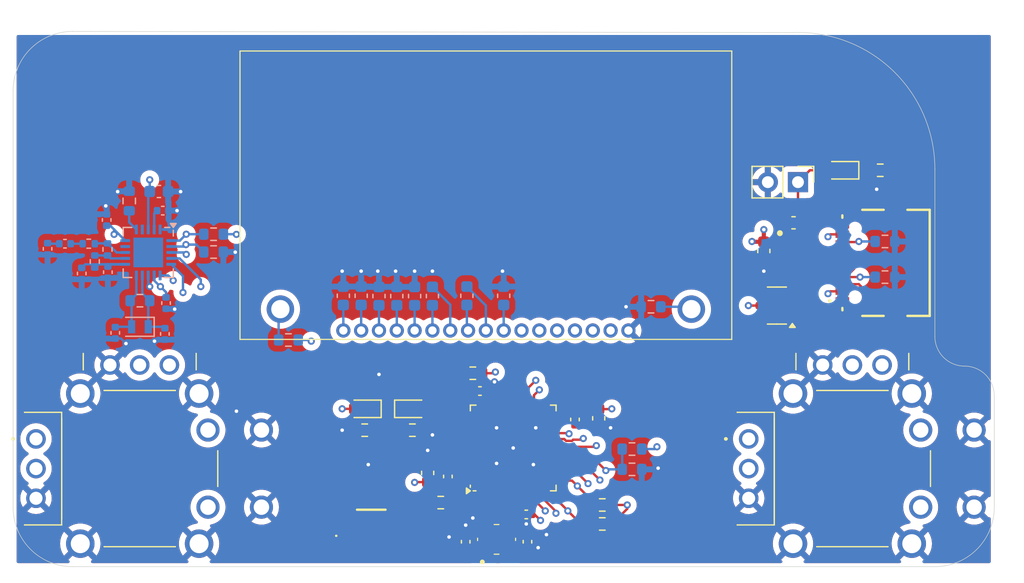
<source format=kicad_pcb>
(kicad_pcb (version 20240108) (generator "pcbnew") (generator_version "8.0")
  (layers (0 "F.Cu" signal) (1 "In1.Cu" signal) (2 "In2.Cu" signal) (31 "B.Cu" signal) (34 "B.Paste" user) (35 "F.Paste" user) (36 "B.SilkS" user "B.Silkscreen") (37 "F.SilkS" user "F.Silkscreen") (38 "B.Mask" user) (39 "F.Mask" user) (44 "Edge.Cuts" user))
  (net 0 "")
  (net 1 "GND")
  (net 2 "V_Bat")
  (net 3 "3.3V_Digi")
  (net 4 "/Controller/RCC_OSC_OUT")
  (net 5 "/Controller/RCC_OSC_IN")
  (net 6 "+5V_USB")
  (net 7 "/Controller/V_Bat_Div")
  (net 8 "/Controller/USB_D-")
  (net 9 "/Controller/USB_D+")
  (net 10 "/Controller/I2C1_SCL")
  (net 11 "/Controller/I2C2.SCL")
  (net 12 "/Controller/I2C1_SDA")
  (net 13 "/Controller/SPI2.SCK")
  (net 14 "/Controller/SWDIO")
  (net 15 "/Controller/SPI2.MISO")
  (net 16 "/Controller/SPI2.MOSI")
  (net 17 "/Controller/I2C2.SDA")
  (net 18 "Net-(U3-DVDD)")
  (net 19 "Net-(U3-XC2)")
  (net 20 "Net-(U3-XC1)")
  (net 21 "Net-(C17-Pad1)")
  (net 22 "/50 OhmRF I{slash}O")
  (net 23 "Net-(U3-VDD_PA)")
  (net 25 "Net-(U3-ANT1)")
  (net 26 "Net-(U3-ANT2)")
  (net 27 "/CS_NRF")
  (net 28 "/CE_NRF")
  (net 29 "Net-(U3-IREF)")
  (net 30 "/IRQ_NRF")
  (net 31 "/A_1")
  (net 32 "/A_0")
  (net 33 "/B_0")
  (net 34 "/B_1")
  (net 35 "/A_2")
  (net 36 "/B_2")
  (net 37 "/Controller/SWCLK")
  (net 38 "unconnected-(J1-CC1-PadA5)")
  (net 39 "unconnected-(J1-CC2-PadB5)")
  (net 40 "Net-(J1-D+-PadA6)")
  (net 41 "Net-(J1-D--PadA7)")
  (net 42 "Net-(C8-Pad2)")
  (net 43 "unconnected-(J_VBAT1-Pad1)")
  (net 44 "unconnected-(D2-K-Pad1)")
  (net 45 "unconnected-(D2-A-Pad2)")
  (net 46 "Net-(D1-K)")
  (net 47 "Net-(D3-K)")
  (net 48 "Net-(DS1-V4)")
  (net 49 "Net-(DS1-C2+)")
  (net 50 "Net-(DS1-C2-)")
  (net 51 "Net-(DS1-C1-)")
  (net 52 "Net-(DS1-C1+)")
  (net 53 "Net-(DS1-V3)")
  (net 54 "Net-(DS1-V2)")
  (net 55 "Net-(DS1-V1)")
  (net 56 "Net-(DS1-V0)")
  (net 57 "Net-(DS1-VOUT)")
  (net 58 "Net-(DS1-PadMH1)")
  (net 59 "Net-(DS1-PadMH2)")
  (net 60 "/Controller/PB2")
  (net 61 "/Controller/PB1")
  (net 62 "Net-(S3-NO_1)")
  (footprint "Capacitor_SMD:C_0603_1608Metric" (layer "F.Cu") (at 123.8 81.5 -90)
    (property "Reference" "C4" (hide yes))
    (property "Value" "4.7u")
  )
  (footprint "Capacitor_SMD:C_0603_1608Metric" (layer "F.Cu") (at 138.2 76.9 90)
    (property "Reference" "C14" (hide yes))
    (property "Value" "1u")
  )
  (footprint "Resistor_SMD:R_0603_1608Metric" (layer "F.Cu") (at 124.9 84 180)
    (property "Reference" "J_VBAT1" (hide yes))
    (property "Value" "0")
  )
  (footprint "Capacitor_SMD:C_0603_1608Metric" (layer "F.Cu") (at 154.6 60.425)
    (property "Reference" "C1" (hide yes))
    (property "Value" "2u2/10V/X5")
  )
  (footprint "FC_footrpints:GSB1C41110SSHR" (layer "F.Cu") (at 162.1 63.8 90)
    (property "Reference" "J1" (hide yes))
    (property "Value" "USB_C_Receptacle_USB2.0_16P" (hide yes))
  )
  (footprint "Package_DFN_QFN:QFN-48-1EP_7x7mm_P0.5mm_EP5.6x5.6mm" (layer "F.Cu") (at 131 79.4 90)
    (property "Reference" "U2" (hide yes))
    (property "Value" "STM32L412CBUx")
  )
  (footprint "Resistor_SMD:R_0603_1608Metric" (layer "F.Cu") (at 161.9 56 180)
    (property "Reference" "R5" (hide yes))
    (property "Value" "10k")
  )
  (footprint "Capacitor_SMD:C_0402_1005Metric" (layer "F.Cu") (at 132.1 85)
    (property "Reference" "C7" (hide yes))
    (property "Value" "100n")
  )
  (footprint "Package_TO_SOT_SMD:SOT-23-6" (layer "F.Cu") (at 153.2 67.4 180)
    (property "Reference" "U1" (hide yes))
    (property "Value" "USBLC6-2SC6")
  )
  (footprint "Resistor_SMD:R_0603_1608Metric" (layer "F.Cu") (at 118.5 77.9)
    (property "Reference" "R6" (hide yes))
    (property "Value" "TODO")
  )
  (footprint "Resistor_SMD:R_0603_1608Metric" (layer "F.Cu") (at 122.5125 77.9 180)
    (property "Reference" "R18" (hide yes))
    (property "Value" "TODO")
  )
  (footprint "Capacitor_SMD:C_0402_1005Metric" (layer "F.Cu") (at 127 87.3 -90)
    (property "Reference" "C16" (hide yes))
    (property "Value" "TODO")
  )
  (footprint "FC_footrpints:NHDC12832A1ZFSWFBW3V3" (layer "F.Cu") (at 116.7 69.5)
    (property "Reference" "DS1" (hide yes))
    (property "Value" "NHD-C12832A1Z-FSW-FBW-3V3" (hide yes))
  )
  (footprint "FC_footrpints:435441019830" (layer "F.Cu") (at 119.05 86 180)
    (property "Reference" "S3" (hide yes))
    (property "Value" "435441019830" (hide yes))
  )
  (footprint "Resistor_SMD:R_0603_1608Metric" (layer "F.Cu") (at 127.6 73.1)
    (property "Reference" "J_VUSB1" (hide yes))
    (property "Value" "0")
  )
  (footprint "Capacitor_SMD:C_0402_1005Metric" (layer "F.Cu") (at 125.5 81.8 -90)
    (property "Reference" "C6" (hide yes))
    (property "Value" "100n")
  )
  (footprint "FC_footrpints:SON40P120X120X60-7N-D" (layer "F.Cu") (at 154.4 62.3)
    (property "Reference" "IC1" (hide yes))
    (property "Value" "MIC5528-3.3YMT-TR" (hide yes))
  )
  (footprint "FC_footrpints:THB001P" (layer "F.Cu") (at 90.825 78.6375 90)
    (property "Reference" "S1" (hide yes))
    (property "Value" "THB001P" (hide yes))
  )
  (footprint "Capacitor_SMD:C_0402_1005Metric" (layer "F.Cu") (at 132.2 87.3 90)
    (property "Reference" "C15" (hide yes))
    (property "Value" "TODO")
  )
  (footprint "Capacitor_SMD:C_0603_1608Metric" (layer "F.Cu") (at 152.1 62.8 90)
    (property "Reference" "C2" (hide yes))
    (property "Value" "2u2/10V/X5")
  )
  (footprint "LED_SMD:LED_0603_1608Metric" (layer "F.Cu") (at 122.5 76.1)
    (property "Reference" "D2" (hide yes))
    (property "Value" "LED_Status")
  )
  (footprint "Resistor_SMD:R_0603_1608Metric" (layer "F.Cu") (at 138.5 85.8 180)
    (property "Reference" "R11" (hide yes))
    (property "Value" "1M")
  )
  (footprint "FC_footrpints:THB001P" (layer "F.Cu") (at 150.825 78.6375 90)
    (property "Reference" "S2" (hide yes))
    (property "Value" "THB001P" (hide yes))
  )
  (footprint "Capacitor_SMD:C_0402_1005Metric" (layer "F.Cu") (at 128.2 74.6 180)
    (property "Reference" "C8" (hide yes))
    (property "Value" "100n")
  )
  (footprint "Resistor_SMD:R_0603_1608Metric" (layer "F.Cu") (at 138.5 84.2 180)
    (property "Reference" "R12" (hide yes))
    (property "Value" "1M")
  )
  (footprint "FC_footrpints:ABM8W480000MHZ6D1XT3" (layer "F.Cu") (at 129.6 87.412)
    (property "Reference" "Y1" (hide yes))
    (property "Value" "Crystal_GND24_Small" (hide yes))
  )
  (footprint "Connector_PinHeader_2.54mm:PinHeader_1x02_P2.54mm_Vertical" (layer "F.Cu") (at 154.975 57 -90)
    (property "Reference" "BT1" (hide yes))
    (property "Value" "Battery")
  )
  (footprint "LED_SMD:LED_0603_1608Metric" (layer "F.Cu") (at 158.6125 56 180)
    (property "Reference" "D1" (hide yes))
    (property "Value" "LED_Small")
  )
  (footprint "LED_SMD:LED_0603_1608Metric" (layer "F.Cu") (at 118.4 76.1 180)
    (property "Reference" "D3" (hide yes))
    (property "Value" "LED_Small")
  )
  (footprint "Capacitor_SMD:C_0402_1005Metric" (layer "F.Cu") (at 136.2 77 90)
    (property "Reference" "C9" (hide yes))
    (property "Value" "100n")
  )
  (footprint "Package_DFN_QFN:QFN-20-1EP_4x4mm_P0.5mm_EP2.5x2.5mm" (layer "B.Cu") (at 100.275 62.925 180)
    (property "Reference" "U3" (hide yes))
    (property "Value" "NRF24L01")
  )
  (footprint "Capacitor_SMD:C_0402_1005Metric" (layer "B.Cu") (at 96.875 64.5875 -90)
    (property "Reference" "C20" (hide yes))
    (property "Value" "4.7p")
  )
  (footprint "Capacitor_SMD:C_0603_1608Metric" (layer "B.Cu") (at 122.7 66.6 -90)
    (property "Reference" "C21" (hide yes))
    (property "Value" "1u")
  )
  (footprint "Capacitor_SMD:C_0402_1005Metric" (layer "B.Cu") (at 96.775 60.1875 -90)
    (property "Reference" "C5" (hide yes))
    (property "Value" "1n")
  )
  (footprint "Capacitor_SMD:C_0402_1005Metric" (layer "B.Cu") (at 91.8 62.62 -90)
    (property "Reference" "C18" (hide yes))
    (property "Value" "1p")
  )
  (footprint "Capacitor_SMD:C_0603_1608Metric" (layer "B.Cu") (at 101.175 57.7875 180)
    (property "Reference" "C3" (hide yes))
    (property "Value" "4.7u DNP")
  )
  (footprint "Resistor_SMD:R_0402_1005Metric" (layer "B.Cu") (at 95.265 62.1875 180)
    (property "Reference" "L3" (hide yes))
    (property "Value" "3.9n")
  )
  (footprint "Capacitor_SMD:C_0603_1608Metric" (layer "B.Cu") (at 119.7 66.6 -90)
    (property "Reference" "C25" (hide yes))
    (property "Value" "1u")
  )
  (footprint "Resistor_SMD:R_0603_1608Metric" (layer "B.Cu") (at 98.675 58.5875 90)
    (property "Reference" "R9" (hide yes))
    (property "Value" "22k")
  )
  (footprint "Capacitor_SMD:C_0402_1005Metric" (layer "B.Cu") (at 93.265 62.1875 180)
    (property "Reference" "C17" (hide yes))
    (property "Value" "1.5p")
  )
  (footprint "Resistor_SMD:R_0402_1005Metric" (layer "B.Cu") (at 96.845 62.6675 90)
    (property "Reference" "L1" (hide yes))
    (property "Value" "8.2n")
  )
  (footprint "Capacitor_SMD:C_0402_1005Metric" (layer "B.Cu") (at 101.675 69.7875 90)
    (property "Reference" "C12" (hide yes))
    (property "Value" "22p")
  )
  (footprint "Resistor_SMD:R_0402_1005Metric" (layer "B.Cu") (at 95.775 63.6875 90)
    (property "Reference" "L2" (hide yes))
    (property "Value" "2.7n")
  )
  (footprint "Resistor_SMD:R_0603_1608Metric" (layer "B.Cu") (at 105.775 61.3875 180)
    (property "Reference" "R4" (hide yes))
    (property "Value" "10k")
  )
  (footprint "Capacitor_SMD:C_0603_1608Metric" (layer "B.Cu") (at 118.2 66.575 -90)
    (property "Reference" "C26" (hide yes))
    (property "Value" "1u")
  )
  (footprint "Resistor_SMD:R_0603_1608Metric" (layer "B.Cu") (at 141 81.2 180)
    (property "Reference" "R8" (hide yes))
    (property "Value" "TODO")
  )
  (footprint "Resistor_SMD:R_0603_1608Metric" (layer "B.Cu") (at 99.575 66.9875)
    (property "Reference" "R10" (hide yes))
    (property "Value" "1M")
  )
  (footprint "Resistor_SMD:R_0603_1608Metric" (layer "B.Cu") (at 162.3 62)
    (property "Reference" "R2" (hide yes))
    (property "Value" "5.1k")
  )
  (footprint "Capacitor_SMD:C_0603_1608Metric" (layer "B.Cu") (at 116.7 66.575 -90)
    (property "Reference" "C27" (hide yes))
    (property "Value" "1u")
  )
  (footprint "Capacitor_SMD:C_0402_1005Metric" (layer "B.Cu") (at 94.675 64.7 90)
    (property "Reference" "C19" (hide yes))
    (property "Value" "2.2n")
  )
  (footprint "Capacitor_SMD:C_0603_1608Metric" (layer "B.Cu") (at 130.2 66.575 -90)
    (property "Reference" "C28" (hide yes))
    (property "Value" "2.2u")
  )
  (footprint "Crystal:Crystal_SMD_2012-2Pin_2.0x1.2mm" (layer "B.Cu") (at 99.575 69.1875 180)
    (property "Reference" "Y2" (hide yes))
    (property "Value" "16MHz")
  )
  (footprint "Capacitor_SMD:C_0402_1005Metric" (layer "B.Cu") (at 101.5 59.4 180)
    (property "Reference" "C10" (hide yes))
    (property "Value" "33n")
  )
  (footprint "Resistor_SMD:R_0603_1608Metric" (layer "B.Cu") (at 141 79.49)
    (property "Reference" "R7" (hide yes))
    (property "Value" "TODO")
  )
  (footprint "Resistor_SMD:R_0603_1608Metric" (layer "B.Cu") (at 162.3 65)
    (property "Reference" "R1" (hide yes))
    (property "Value" "5.1k")
  )
  (footprint "Capacitor_SMD:C_0603_1608Metric" (layer "B.Cu") (at 124.2 66.6 -90)
    (property "Reference" "C22" (hide yes))
    (property "Value" "2.2u")
  )
  (footprint "Resistor_SMD:R_0603_1608Metric" (layer "B.Cu") (at 105.775 62.8875)
    (property "Reference" "R3" (hide yes))
    (property "Value" "10k")
  )
  (footprint "Capacitor_SMD:C_0402_1005Metric" (layer "B.Cu") (at 101.775 67.1875 90)
    (property "Reference" "C11" (hide yes))
    (property "Value" "10n")
  )
  (footprint "Resistor_SMD:R_0603_1608Metric" (layer "B.Cu") (at 142.6 67.5 180)
    (property "Reference" "J2" (hide yes))
    (property "Value" "0")
  )
  (footprint "Capacitor_SMD:C_0603_1608Metric" (layer "B.Cu") (at 121.2 66.6 -90)
    (property "Reference" "C24" (hide yes))
    (property "Value" "1u")
  )
  (footprint "Capacitor_SMD:C_0402_1005Metric" (layer "B.Cu") (at 97.5 69.7 90)
    (property "Reference" "C13" (hide yes))
    (property "Value" "22p")
  )
  (footprint "Resistor_SMD:R_0603_1608Metric" (layer "B.Cu") (at 112.075 70.3 180)
    (property "Reference" "J0" (hide yes))
    (property "Value" "0")
  )
  (footprint "Capacitor_SMD:C_0603_1608Metric" (layer "B.Cu") (at 127.1 66.575 -90)
    (property "Reference" "C23" (hide yes))
    (property "Value" "2.2u")
  )
  (gr_arc (start 169 72.5) (mid 167.232233 71.767767) (end 166.5 70) (stroke (width 0.05)) (layer "Edge.Cuts"))
  (gr_line (start 88.9 84.4) (end 88.9 49.3) (stroke (width 0.05)) (layer "Edge.Cuts"))
  (gr_line (start 166.5 89.4) (end 93.9 89.4) (stroke (width 0.05)) (layer "Edge.Cuts"))
  (gr_line (start 93.9 44.3) (end 154.5 44.4) (stroke (width 0.05)) (layer "Edge.Cuts"))
  (gr_arc (start 93.9 89.4) (mid 90.364466 87.935534) (end 88.9 84.4) (stroke (width 0.05)) (layer "Edge.Cuts"))
  (gr_arc (start 154.5 44.4) (mid 162.953702 47.589615) (end 166.5 55.9) (stroke (width 0.05)) (layer "Edge.Cuts"))
  (gr_line (start 171.5 75) (end 171.5 84.4) (stroke (width 0.05)) (layer "Edge.Cuts"))
  (gr_arc (start 88.9 49.3) (mid 90.364466 45.764466) (end 93.9 44.3) (stroke (width 0.05)) (layer "Edge.Cuts"))
  (gr_arc (start 171.5 84.4) (mid 170.035534 87.935534) (end 166.5 89.4) (stroke (width 0.05)) (layer "Edge.Cuts"))
  (gr_line (start 166.5 70) (end 166.5 55.9) (stroke (width 0.05)) (layer "Edge.Cuts"))
  (gr_arc (start 169 72.5) (mid 170.767767 73.232233) (end 171.5 75) (stroke (width 0.05)) (layer "Edge.Cuts"))
  (segment (start 127.521 86.299) (end 127 86.82) (width 0.2) (layer "F.Cu") (net 1))
  (segment (start 132.2 87.78) (end 133.08 87.78) (width 0.2) (layer "F.Cu") (net 1))
  (segment (start 154.4 62.3) (end 154.4 61) (width 0.2) (layer "F.Cu") (net 1))
  (segment (start 152.1 63.575) (end 152.1 64.5) (width 0.2) (layer "F.Cu") (net 1))
  (segment (start 128.5 86.299) (end 127.521 86.299) (width 0.2) (layer "F.Cu") (net 1))
  (segment (start 125.5 81.32) (end 124.395 81.32) (width 0.2) (layer "F.Cu") (net 1))
  (segment (start 123.8 77.9) (end 124.2 78.3) (width 0.2) (layer "F.Cu") (net 1))
  (segment (start 126.22 81.32) (end 125.5 81.32) (width 0.2) (layer "F.Cu") (net 1))
  (segment (start 153.825 60.025) (end 152.435 58.635) (width 0.2) (layer "F.Cu") (net 1))
  (segment (start 117.675 77.9) (end 116.6 77.9) (width 0.2) (layer "F.Cu") (net 1))
  (segment (start 128.68 74.6) (end 128.68 75.8925) (width 0.2) (layer "F.Cu") (net 1))
  (segment (start 135.87 77.15) (end 134.4375 77.15) (width 0.2) (layer "F.Cu") (net 1))
  (segment (start 158.76 65.6) (end 160.1 65.6) (width 0.2) (layer "F.Cu") (net 1))
  (segment (start 123.3375 77.9) (end 123.8 77.9) (width 0.2) (layer "F.Cu") (net 1))
  (segment (start 160.1 65.6) (end 160.4 65.9) (width 0.2) (layer "F.Cu") (net 1))
  (segment (start 127.5625 81.65) (end 128.75 81.65) (width 0.2) (layer "F.Cu") (net 1))
  (segment (start 127.5625 81.65) (end 126.55 81.65) (width 0.2) (layer "F.Cu") (net 1))
  (segment (start 128.68 74.6) (end 128.68 74.57147) (width 0.2) (layer "F.Cu") (net 1))
  (segment (start 157.25 62.55) (end 157.2 62.5) (width 0.2) (layer "F.Cu") (net 1))
  (segment (start 128.75 81.65) (end 131 79.4) (width 0.2) (layer "F.Cu") (net 1))
  (segment (start 127 86.82) (end 127 85.9) (width 0.2) (layer "F.Cu") (net 1))
  (segment (start 152.875 63.575) (end 152.1 63.575) (width 0.2) (layer "F.Cu") (net 1))
  (segment (start 158.71 67) (end 158.6 67) (width 0.2) (layer "F.Cu") (net 1))
  (segment (start 128.75 75.9625) (end 128.75 77.15) (width 0.2) (layer "F.Cu") (net 1))
  (segment (start 154.4 61) (end 153.825 60.425) (width 0.2) (layer "F.Cu") (net 1))
  (segment (start 138.2 77.675) (end 136.395 77.675) (width 0.2) (layer "F.Cu") (net 1))
  (segment (start 153.75 62.7) (end 152.875 63.575) (width 0.2) (layer "F.Cu") (net 1))
  (segment (start 128.68 74.57147) (end 129.425735 73.825735) (width 0.2) (layer "F.Cu") (net 1))
  (segment (start 131.75 82.8375) (end 131.75 80.15) (width 0.2) (layer "F.Cu") (net 1))
  (segment (start 130.82 87.78) (end 130.7 87.9) (width 0.2) (layer "F.Cu") (net 1))
  (segment (start 152.435 58.635) (end 152.435 57) (width 0.2) (layer "F.Cu") (net 1))
  (segment (start 133.25 77.15) (end 131 79.4) (width 0.2) (layer "F.Cu") (net 1))
  (segment (start 158.6 67) (end 157.1 68.5) (width 0.2) (layer "F.Cu") (net 1))
  (segment (start 131.62 85.32) (end 132.1 85.8) (width 0.2) (layer "F.Cu") (net 1))
  (segment (start 138.2 77.675) (end 139.175 77.675) (width 0.2) (layer "F.Cu") (net 1))
  (segment (start 136.395 77.675) (end 136.2 77.48) (width 0.2) (layer "F.Cu") (net 1))
  (segment (start 139.175 77.675) (end 139.2 77.7) (width 0.2) (layer "F.Cu") (net 1))
  (segment (start 128.75 77.15) (end 131 79.4) (width 0.2) (layer "F.Cu") (net 1))
  (segment (start 131.75 84.87) (end 131.62 85) (width 0.2) (layer "F.Cu") (net 1))
  (segment (start 133.08 87.78) (end 133.1 87.8) (width 0.2) (layer "F.Cu") (net 1))
  (segment (start 126.55 81.65) (end 126.22 81.32) (width 0.2) (layer "F.Cu") (net 1))
  (segment (start 162.725 56) (end 162.725 56.475) (width 0.2) (layer "F.Cu") (net 1))
  (segment (start 128.68 75.8925) (end 128.75 75.9625) (width 0.2) (layer "F.Cu") (net 1))
  (segment (start 153.825 60.425) (end 153.825 60.025) (width 0.2) (layer "F.Cu") (net 1))
  (segment (start 158.71 62.55) (end 157.25 62.55) (width 0.2) (layer "F.Cu") (net 1))
  (segment (start 124.395 81.32) (end 123.8 80.725) (width 0.2) (layer "F.Cu") (net 1))
  (segment (start 132.2 87.78) (end 130.82 87.78) (width 0.2) (layer "F.Cu") (net 1))
  (segment (start 123.8 80.725) (end 123.8 79.6) (width 0.2) (layer "F.Cu") (net 1))
  (segment (start 162.725 56.475) (end 161.6 57.6) (width 0.2) (layer "F.Cu") (net 1))
  (segment (start 158.71 65.55) (end 158.76 65.6) (width 0.2) (layer "F.Cu") (net 1))
  (segment (start 134.4375 77.15) (end 133.25 77.15) (width 0.2) (layer "F.Cu") (net 1))
  (segment (start 131.75 80.15) (end 131 79.4) (width 0.2) (layer "F.Cu") (net 1))
  (segment (start 131.62 85) (end 131.62 85.32) (width 0.2) (layer "F.Cu") (net 1))
  (segment (start 158.71 60.6) (end 157.4 60.6) (width 0.2) (layer "F.Cu") (net 1))
  (segment (start 157.4 60.6) (end 157.3 60.7) (width 0.2) (layer "F.Cu") (net 1))
  (segment (start 136.2 77.48) (end 135.87 77.15) (width 0.2) (layer "F.Cu") (net 1))
  (segment (start 131.75 82.8375) (end 131.75 84.87) (width 0.2) (layer "F.Cu") (net 1))
  (via (at 118.8 80.8) (size 0.6) (drill 0.3) (layers "F.Cu" "B.Cu") (net 1))
  (via (at 132.9 77.7) (size 0.6) (drill 0.3) (layers "F.Cu" "B.Cu") (net 1))
  (via (at 130.1 64.5) (size 0.6) (drill 0.3) (layers "F.Cu" "B.Cu") (net 1))
  (via (at 119.6 64.5) (size 0.6) (drill 0.3) (layers "F.Cu" "B.Cu") (net 1))
  (via (at 124.2 78.3) (size 0.6) (drill 0.3) (layers "F.Cu" "B.Cu") (net 1))
  (via (at 100.8 70.4) (size 0.6) (drill 0.3) (layers "F.Cu" "B.Cu") (net 1))
  (via (at 97.7 57.8) (size 0.6) (drill 0.3) (layers "F.Cu" "B.Cu") (net 1))
  (via (at 122.7 64.5) (size 0.6) (drill 0.3) (layers "F.Cu" "B.Cu") (net 1))
  (via (at 139.2 77.7) (size 0.6) (drill 0.3) (layers "F.Cu" "B.Cu") (net 1))
  (via (at 103 57.8) (size 0.6) (drill 0.3) (layers "F.Cu" "B.Cu") (net 1))
  (via (at 119.7 73.2) (size 0.6) (drill 0.3) (layers "F.Cu" "B.Cu") (net 1))
  (via (at 121.1 64.5) (size 0.6) (drill 0.3) (layers "F.Cu" "B.Cu") (net 1))
  (via (at 127.6 85.3) (size 0.6) (drill 0.3) (layers "F.Cu" "B.Cu") (net 1))
  (via (at 98.4 70.6) (size 0.6) (drill 0.3) (layers "F.Cu" "B.Cu") (net 1))
  (via (at 100.4 65.8) (size 0.6) (drill 0.3) (layers "F.Cu" "B.Cu") (net 1))
  (via (at 116.6 64.5) (size 0.6) (drill 0.3) (layers "F.Cu" "B.Cu") (net 1))
  (via (at 132.7 80.8) (size 0.6) (drill 0.3) (layers "F.Cu" "B.Cu") (net 1))
  (via (at 123.8 79.6) (size 0.6) (drill 0.3) (layers "F.Cu" "B.Cu") (net 1))
  (via (at 129.6 77.7) (size 0.6) (drill 0.3) (layers "F.Cu" "B.Cu") (net 1))
  (via (at 132.1 85.8) (size 0.6) (drill 0.3) (layers "F.Cu" "B.Cu") (net 1))
  (via (at 161.6 57.6) (size 0.6) (drill 0.3) (layers "F.Cu" "B.Cu") (net 1))
  (via (at 118.2 64.5) (size 0.6) (drill 0.3) (layers "F.Cu" "B.Cu") (net 1))
  (via (at 124.2 64.5) (size 0.6) (drill 0.3) (layers "F.Cu" "B.Cu") (net 1))
  (via (at 129.6 80.7) (size 0.6) (drill 0.3) (layers "F.Cu" "B.Cu") (net 1))
  (via (at 127 85.9) (size 0.6) (drill 0.3) (layers "F.Cu" "B.Cu") (net 1))
  (via (at 133.8 86.7) (size 0.6) (drill 0.3) (layers "F.Cu" "B.Cu") (net 1))
  (via (at 125.6 86.9) (size 0.6) (drill 0.3) (layers "F.Cu" "B.Cu") (net 1))
  (via (at 96.7 59) (size 0.6) (drill 0.3) (layers "F.Cu" "B.Cu") (net 1))
  (via (at 129.425735 73.825735) (size 0.6) (drill 0.3) (layers "F.Cu" "B.Cu") (net 1))
  (via (at 102.5 67.7) (size 0.6) (drill 0.3) (layers "F.Cu" "B.Cu") (net 1))
  (via (at 116.6 77.9) (size 0.6) (drill 0.3) (layers "F.Cu" "B.Cu") (net 1))
  (via (at 131 79.4) (size 0.6) (drill 0.3) (layers "F.Cu" "B.Cu") (net 1))
  (via (at 107.7 76.3) (size 0.6) (drill 0.3) (layers "F.Cu" "B.Cu") (net 1))
  (via (at 107.6 62.9) (size 0.6) (drill 0.3) (layers "F.Cu" "B.Cu") (net 1))
  (via (at 133.1 87.8) (size 0.6) (drill 0.3) (layers "F.Cu" "B.Cu") (net 1))
  (via (at 152.1 64.5) (size 0.6) (drill 0.3) (layers "F.Cu" "B.Cu") (net 1))
  (via (at 143.2 81.1) (size 0.6) (drill 0.3) (layers "F.Cu" "B.Cu") (net 1))
  (via (at 102.7 59.4) (size 0.6) (drill 0.3) (layers "F.Cu" "B.Cu") (net 1))
  (via (at 140.5 67.5) (size 0.6) (drill 0.3) (layers "F.Cu" "B.Cu") (net 1))
  (segment (start 102.4675 67.6675) (end 102.5 67.7) (width 0.2) (layer "B.Cu") (net 1))
  (segment (start 98.675 57.7625) (end 97.7375 57.7625) (width 0.2) (layer "B.Cu") (net 1))
  (segment (start 100.275 64.8625) (end 100.275 65.675) (width 0.2) (layer "B.Cu") (net 1))
  (segment (start 102.9875 57.7875) (end 103 57.8) (width 0.2) (layer "B.Cu") (net 1))
  (segment (start 101.675 70.2675) (end 100.9325 70.2675) (width 0.2) (layer "B.Cu") (net 1))
  (segment (start 141.825 81.2) (end 143.1 81.2) (width 0.2) (layer "B.Cu") (net 1))
  (segment (start 106.6 62.8875) (end 107.5875 62.8875) (width 0.2) (layer "B.Cu") (net 1))
  (segment (start 97.7375 57.7625) (end 97.7 57.8) (width 0.2) (layer "B.Cu") (net 1))
  (segment (start 100.9325 70.2675) (end 100.8 70.4) (width 0.2) (layer "B.Cu") (net 1))
  (segment (start 96.775 59.7075) (end 96.775 59.075) (width 0.2) (layer "B.Cu") (net 1))
  (segment (start 100.275 65.675) (end 100.4 65.8) (width 0.2) (layer "B.Cu") (net 1))
  (segment (start 96.775 59.075) (end 96.7 59) (width 0.2) (layer "B.Cu") (net 1))
  (segment (start 97.98 70.18) (end 98.4 70.6) (width 0.2) (layer "B.Cu") (net 1))
  (segment (start 101.98 59.4) (end 102.7 59.4) (width 0.2) (layer "B.Cu") (net 1))
  (segment (start 107.5875 62.8875) (end 107.6 62.9) (width 0.2) (layer "B.Cu") (net 1))
  (segment (start 101.95 57.7875) (end 102.9875 57.7875) (width 0.2) (layer "B.Cu") (net 1))
  (segment (start 97.5 70.18) (end 97.98 70.18) (width 0.2) (layer "B.Cu") (net 1))
  (segment (start 143.1 81.2) (end 143.2 81.1) (width 0.2) (layer "B.Cu") (net 1))
  (segment (start 101.775 67.6675) (end 102.4675 67.6675) (width 0.2) (layer "B.Cu") (net 1))
  (segment (start 155.375 61.575) (end 155.05 61.9) (width 0.2) (layer "F.Cu") (net 2))
  (segment (start 155.05 61.9) (end 155.65 61.9) (width 0.2) (layer "F.Cu") (net 2))
  (segment (start 154.975 59.925) (end 154.975 57) (width 0.2) (layer "F.Cu") (net 2))
  (segment (start 155.375 60.425) (end 155.375 60.325) (width 0.2) (layer "F.Cu") (net 2))
  (segment (start 155.375 60.325) (end 154.975 59.925) (width 0.2) (layer "F.Cu") (net 2))
  (segment (start 155.975 56) (end 154.975 57) (width 0.2) (layer "F.Cu") (net 2))
  (segment (start 155.65 61.9) (end 155.65 62.7) (width 0.2) (layer "F.Cu") (net 2))
  (segment (start 157.825 56) (end 155.975 56) (width 0.2) (layer "F.Cu") (net 2))
  (segment (start 155.65 62.7) (end 155.05 62.7) (width 0.2) (layer "F.Cu") (net 2))
  (segment (start 155.375 60.425) (end 155.375 61.575) (width 0.2) (layer "F.Cu") (net 2))
  (via (at 143.1 79.3) (size 0.6) (drill 0.3) (layers "F.Cu" "B.Cu") (net 2))
  (segment (start 142.91 79.49) (end 143.1 79.3) (width 0.2) (layer "B.Cu") (net 2))
  (segment (start 141.825 79.49) (end 142.91 79.49) (width 0.2) (layer "B.Cu") (net 2))
  (segment (start 152.1 62.025) (end 151.125 62.025) (width 0.35) (layer "F.Cu") (net 3))
  (segment (start 134.4375 76.65) (end 136.07 76.65) (width 0.2) (layer "F.Cu") (net 3))
  (segment (start 129.4 73.1) (end 129.5 73) (width 0.2) (layer "F.Cu") (net 3))
  (segment (start 152.1 62.025) (end 152.1 61) (width 0.35) (layer "F.Cu") (net 3))
  (segment (start 127.5625 82.15) (end 125.63 82.15) (width 0.2) (layer "F.Cu") (net 3))
  (segment (start 152.225 61.9) (end 152.1 62.025) (width 0.2) (layer "F.Cu") (net 3))
  (segment (start 151.125 62.025) (end 151.1 62) (width 0.35) (layer "F.Cu") (net 3))
  (segment (start 136.48 76.52) (end 136.875 76.125) (width 0.2) (layer "F.Cu") (net 3))
  (segment (start 153.75 61.9) (end 153 61.9) (width 0.2) (layer "F.Cu") (net 3))
  (segment (start 125.5 82.28) (end 123.805 82.28) (width 0.2) (layer "F.Cu") (net 3))
  (segment (start 124.075 82.55) (end 123.8 82.275) (width 0.2) (layer "F.Cu") (net 3))
  (segment (start 139.325 84.2) (end 140.6 84.2) (width 0.2) (layer "F.Cu") (net 3))
  (segment (start 117.6125 76.1) (end 116.6 76.1) (width 0.2) (layer "F.Cu") (net 3))
  (segment (start 153.75 62.3) (end 153.4 62.3) (width 0.2) (layer "F.Cu") (net 3))
  (segment (start 140.6 84.525) (end 140.6 84.2) (width 0.2) (layer "F.Cu") (net 3))
  (segment (start 132.58 85) (end 132.8 85) (width 0.2) (layer "F.Cu") (net 3))
  (segment (start 136.2 76.52) (end 136.48 76.52) (width 0.2) (layer "F.Cu") (net 3))
  (segment (start 124.075 84) (end 124.075 82.55) (width 0.2) (layer "F.Cu") (net 3))
  (segment (start 132.25 84.67) (end 132.25 82.8375) (width 0.2) (layer "F.Cu") (net 3))
  (segment (start 122.725 82.275) (end 122.7 82.3) (width 0.2) (layer "F.Cu") (net 3))
  (segment (start 132.8 85) (end 133.3 85.5) (width 0.2) (layer "F.Cu") (net 3))
  (segment (start 123.8 82.275) (end 122.725 82.275) (width 0.2) (layer "F.Cu") (net 3))
  (segment (start 123.805 82.28) (end 123.8 82.275) (width 0.2) (layer "F.Cu") (net 3))
  (segment (start 132.58 85) (end 132.25 84.67) (width 0.2) (layer "F.Cu") (net 3))
  (segment (start 136.07 76.65) (end 136.2 76.52) (width 0.2) (layer "F.Cu") (net 3))
  (segment (start 136.875 76.125) (end 138.2 76.125) (width 0.2) (layer "F.Cu") (net 3))
  (segment (start 153 61.9) (end 152.225 61.9) (width 0.2) (layer "F.Cu") (net 3))
  (segment (start 139.325 85.8) (end 140.6 84.525) (width 0.2) (layer "F.Cu") (net 3))
  (segment (start 138.2 76.125) (end 139.275 76.125) (width 0.2) (layer "F.Cu") (net 3))
  (segment (start 128.425 73.1) (end 129.4 73.1) (width 0.2) (layer "F.Cu") (net 3))
  (segment (start 139.275 76.125) (end 139.3 76.1) (width 0.2) (layer "F.Cu") (net 3))
  (segment (start 153.4 62.3) (end 153 61.9) (width 0.2) (layer "F.Cu") (net 3))
  (segment (start 125.63 82.15) (end 125.5 82.28) (width 0.2) (layer "F.Cu") (net 3))
  (via (at 101.3 65.8) (size 0.6) (drill 0.3) (layers "F.Cu" "B.Cu") (net 3))
  (via (at 152.1 61) (size 0.6) (drill 0.3) (layers "F.Cu" "B.Cu") (net 3))
  (via (at 151.1 62) (size 0.6) (drill 0.3) (layers "F.Cu" "B.Cu") (net 3))
  (via (at 129.5 73) (size 0.6) (drill 0.3) (layers "F.Cu" "B.Cu") (net 3))
  (via (at 133.3 85.5) (size 0.6) (drill 0.3) (layers "F.Cu" "B.Cu") (net 3))
  (via (at 140.6 84.2) (size 0.6) (drill 0.3) (layers "F.Cu" "B.Cu") (net 3))
  (via (at 100.4 56.8) (size 0.6) (drill 0.3) (layers "F.Cu" "B.Cu") (net 3))
  (via (at 139.3 76.1) (size 0.6) (drill 0.3) (layers "F.Cu" "B.Cu") (net 3))
  (via (at 107.7 61.4) (size 0.6) (drill 0.3) (layers "F.Cu" "B.Cu") (net 3))
  (via (at 97.4 61.4) (size 0.6) (drill 0.3) (layers "F.Cu" "B.Cu") (net 3))
  (via (at 116.6 76.1) (size 0.6) (drill 0.3) (layers "F.Cu" "B.Cu") (net 3))
  (via (at 114 70.4) (size 0.6) (drill 0.3) (layers "F.Cu" "B.Cu") (net 3))
  (via (at 122.7 82.3) (size 0.6) (drill 0.3) (layers "F.Cu" "B.Cu") (net 3))
  (segment (start 106.6 61.3875) (end 107.6875 61.3875) (width 0.2) (layer "B.Cu") (net 3))
  (segment (start 97.40625 60.99375) (end 98.3375 61.925) (width 0.2) (layer "B.Cu") (net 3))
  (segment (start 101.285614 65.8) (end 101.3 65.8) (width 0.2) (layer "B.Cu") (net 3))
  (segment (start 100.775 65.289386) (end 101.285614 65.8) (width 0.2) (layer "B.Cu") (net 3))
  (segment (start 101.775 66.7075) (end 101.775 66.275) (width 0.2) (layer "B.Cu") (net 3))
  (segment (start 100.775 64.8625) (end 100.775 65.289386) (width 0.2) (layer "B.Cu") (net 3))
  (segment (start 100.275 57.9125) (end 100.4 57.7875) (width 0.2) (layer "B.Cu") (net 3))
  (segment (start 97.4 61) (end 97.4 61.4) (width 0.2) (layer "B.Cu") (net 3))
  (segment (start 97.08 60.6675) (end 97.40625 60.99375) (width 0.2) (layer "B.Cu") (net 3))
  (segment (start 96.775 60.6675) (end 97.08 60.6675) (width 0.2) (layer "B.Cu") (net 3))
  (segment (start 97.40625 60.99375) (end 97.4 61) (width 0.2) (layer "B.Cu") (net 3))
  (segment (start 100.275 60.9875) (end 100.275 57.9125) (width 0.2) (layer "B.Cu") (net 3))
  (segment (start 107.6875 61.3875) (end 107.7 61.4) (width 0.2) (layer "B.Cu") (net 3))
  (segment (start 100.4 56.8) (end 100.4 57.7875) (width 0.2) (layer "B.Cu") (net 3))
  (segment (start 101.775 66.275) (end 101.3 65.8) (width 0.2) (layer "B.Cu") (net 3))
  (segment (start 113.9 70.3) (end 114 70.4) (width 0.2) (layer "B.Cu") (net 3))
  (segment (start 112.9 70.3) (end 113.9 70.3) (width 0.2) (layer "B.Cu") (net 3))
  (segment (start 130.75 82.8375) (end 130.75 86.249) (width 0.2) (layer "F.Cu") (net 4))
  (segment (start 130.75 86.249) (end 130.7 86.299) (width 0.2) (layer "F.Cu") (net 4))
  (segment (start 131.221 86.82) (end 130.7 86.299) (width 0.2) (layer "F.Cu") (net 4))
  (segment (start 132.2 86.82) (end 131.221 86.82) (width 0.2) (layer "F.Cu") (net 4))
  (segment (start 130.25 82.8375) (end 130.25 84.95) (width 0.2) (layer "F.Cu") (net 5))
  (segment (start 130.25 84.95) (end 129.6 85.6) (width 0.2) (layer "F.Cu") (net 5))
  (segment (start 129.6 85.6) (end 129.6 87.074) (width 0.2) (layer "F.Cu") (net 5))
  (segment (start 129.6 87.074) (end 128.774 87.9) (width 0.2) (layer "F.Cu") (net 5))
  (segment (start 128.774 87.9) (end 128.5 87.9) (width 0.2) (layer "F.Cu") (net 5))
  (segment (start 128.5 87.9) (end 127.12 87.9) (width 0.2) (layer "F.Cu") (net 5))
  (segment (start 127.12 87.9) (end 127 87.78) (width 0.2) (layer "F.Cu") (net 5))
  (segment (start 157.7 61.4) (end 157.5 61.6) (width 0.2) (layer "F.Cu") (net 6))
  (segment (start 157.7 66.2) (end 157.5 66.4) (width 0.2) (layer "F.Cu") (net 6))
  (segment (start 152.0625 67.4) (end 150.8 67.4) (width 0.2) (layer "F.Cu") (net 6))
  (segment (start 158.71 61.4) (end 157.7 61.4) (width 0.2) (layer "F.Cu") (net 6))
  (segment (start 158.71 66.2) (end 157.7 66.2) (width 0.2) (layer "F.Cu") (net 6))
  (via (at 157.5 61.6) (size 0.6) (drill 0.3) (layers "F.Cu" "B.Cu") (net 6))
  (via (at 157.5 66.4) (size 0.6) (drill 0.3) (layers "F.Cu" "B.Cu") (net 6))
  (via (at 150.8 67.4) (size 0.6) (drill 0.3) (layers "F.Cu" "B.Cu") (net 6))
  (segment (start 138.8 81.3) (end 138.15 80.65) (width 0.2) (layer "F.Cu") (net 7))
  (segment (start 138.15 80.65) (end 134.4375 80.65) (width 0.2) (layer "F.Cu") (net 7))
  (via (at 138.8 81.3) (size 0.6) (drill 0.3) (layers "F.Cu" "B.Cu") (net 7))
  (segment (start 140.175 79.49) (end 140.175 81.2) (width 0.2) (layer "B.Cu") (net 7))
  (segment (start 140.175 81.2) (end 138.9 81.2) (width 0.2) (layer "B.Cu") (net 7))
  (segment (start 138.9 81.2) (end 138.8 81.3) (width 0.2) (layer "B.Cu") (net 7))
  (segment (start 132.6 72.2) (end 130.25 74.55) (width 0.2) (layer "F.Cu") (net 8))
  (segment (start 152.0625 68.35) (end 149.25 68.35) (width 0.2) (layer "F.Cu") (net 8))
  (segment (start 149.25 68.35) (end 145.4 72.2) (width 0.2) (layer "F.Cu") (net 8))
  (segment (start 145.4 72.2) (end 132.6 72.2) (width 0.2) (layer "F.Cu") (net 8))
  (segment (start 130.25 74.55) (end 130.25 75.9625) (width 0.2) (layer "F.Cu") (net 8))
  (segment (start 132.3 71.8) (end 144.75 71.8) (width 0.2) (layer "F.Cu") (net 9))
  (segment (start 144.75 71.8) (end 150.1 66.45) (width 0.2) (layer "F.Cu") (net 9))
  (segment (start 150.1 66.45) (end 152.0625 66.45) (width 0.2) (layer "F.Cu") (net 9))
  (segment (start 129.75 75.9625) (end 129.75 74.35) (width 0.2) (layer "F.Cu") (net 9))
  (segment (start 129.75 74.35) (end 132.3 71.8) (width 0.2) (layer "F.Cu") (net 9))
  (segment (start 135.65 78.15) (end 134.4375 78.15) (width 0.2) (layer "F.Cu") (net 13))
  (segment (start 135.7 78.2) (end 135.65 78.15) (width 0.2) (layer "F.Cu") (net 13))
  (via (at 135.7 78.2) (size 0.6) (drill 0.3) (layers "F.Cu" "B.Cu") (net 13))
  (via (at 103.475 63.0875) (size 0.6) (drill 0.3) (layers "F.Cu" "B.Cu") (net 13))
  (segment (start 103.3125 62.925) (end 103.475 63.0875) (width 0.2) (layer "B.Cu") (net 13))
  (segment (start 102.2125 62.925) (end 103.3125 62.925) (width 0.2) (layer "B.Cu") (net 13))
  (segment (start 132.75 75.9625) (end 132.75 74.95) (width 0.2) (layer "F.Cu") (net 15))
  (segment (start 132.75 74.95) (end 133.2 74.5) (width 0.2) (layer "F.Cu") (net 15))
  (via (at 103.2 66.3) (size 0.6) (drill 0.3) (layers "F.Cu" "B.Cu") (net 15))
  (via (at 133.2 74.5) (size 0.6) (drill 0.3) (layers "F.Cu" "B.Cu") (net 15))
  (segment (start 103.2 64.9125) (end 102.2125 63.925) (width 0.2) (layer "B.Cu") (net 15))
  (segment (start 103.2 66.3) (end 103.2 64.9125) (width 0.2) (layer "B.Cu") (net 15))
  (segment (start 132.25 74.35) (end 132.9 73.7) (width 0.2) (layer "F.Cu") (net 16))
  (segment (start 132.25 75.9625) (end 132.25 74.35) (width 0.2) (layer "F.Cu") (net 16))
  (via (at 132.9 73.7) (size 0.6) (drill 0.3) (layers "F.Cu" "B.Cu") (net 16))
  (via (at 104.7 65.8) (size 0.6) (drill 0.3) (layers "F.Cu" "B.Cu") (net 16))
  (segment (start 102.9125 63.425) (end 102.2125 63.425) (width 0.2) (layer "B.Cu") (net 16))
  (segment (start 104.7 65.2125) (end 102.9125 63.425) (width 0.2) (layer "B.Cu") (net 16))
  (segment (start 104.7 65.8) (end 104.7 65.2125) (width 0.2) (layer "B.Cu") (net 16))
  (segment (start 100.775 59.645) (end 100.775 60.9875) (width 0.2) (layer "B.Cu") (net 18))
  (segment (start 101.02 59.4) (end 100.775 59.645) (width 0.2) (layer "B.Cu") (net 18))
  (segment (start 100.4 67.2) (end 100.275 67.325) (width 0.2) (layer "B.Cu") (net 19))
  (segment (start 100.275 69.1875) (end 101.555 69.1875) (width 0.2) (layer "B.Cu") (net 19))
  (segment (start 100.4 66.9875) (end 100.4 67.2) (width 0.2) (layer "B.Cu") (net 19))
  (segment (start 99.775 66.3625) (end 100.4 66.9875) (width 0.2) (layer "B.Cu") (net 19))
  (segment (start 100.275 67.325) (end 100.275 69.1875) (width 0.2) (layer "B.Cu") (net 19))
  (segment (start 101.555 69.1875) (end 101.675 69.3075) (width 0.2) (layer "B.Cu") (net 19))
  (segment (start 99.775 64.8625) (end 99.775 66.3625) (width 0.2) (layer "B.Cu") (net 19))
  (segment (start 98.875 69.1875) (end 97.5325 69.1875) (width 0.2) (layer "B.Cu") (net 20))
  (segment (start 97.5325 69.1875) (end 97.5 69.22) (width 0.2) (layer "B.Cu") (net 20))
  (segment (start 98.875 69.1875) (end 98.875 67.1125) (width 0.2) (layer "B.Cu") (net 20))
  (segment (start 99.275 64.8625) (end 99.275 66.4625) (width 0.2) (layer "B.Cu") (net 20))
  (segment (start 98.875 67.1125) (end 98.75 66.9875) (width 0.2) (layer "B.Cu") (net 20))
  (segment (start 99.275 66.4625) (end 98.75 66.9875) (width 0.2) (layer "B.Cu") (net 20))
  (segment (start 94.755 62.1875) (end 93.745 62.1875) (width 0.2) (layer "B.Cu") (net 21))
  (segment (start 91.8475 62.1875) (end 91.8 62.14) (width 0.2) (layer "B.Cu") (net 22))
  (segment (start 92.785 62.1875) (end 91.8475 62.1875) (width 0.2) (layer "B.Cu") (net 22))
  (segment (start 98.3375 63.925) (end 94.97 63.925) (width 0.2) (layer "B.Cu") (net 23))
  (segment (start 98.3375 63.925) (end 96.0475 63.925) (width 0.2) (layer "B.Cu") (net 23))
  (segment (start 98.3375 63.925) (end 97.0575 63.925) (width 0.2) (layer "B.Cu") (net 23))
  (segment (start 97.0575 63.925) (end 96.875 64.1075) (width 0.2) (layer "B.Cu") (net 23))
  (segment (start 96.0475 63.925) (end 95.775 64.1975) (width 0.2) (layer "B.Cu") (net 23))
  (segment (start 94.97 63.925) (end 94.675 64.22) (width 0.2) (layer "B.Cu") (net 23))
  (segment (start 98.3375 63.425) (end 97.0925 63.425) (width 0.2) (layer "B.Cu") (net 25))
  (segment (start 97.0925 63.425) (end 96.845 63.1775) (width 0.2) (layer "B.Cu") (net 25))
  (segment (start 96.845 63.1775) (end 95.775 63.1775) (width 0.2) (layer "B.Cu") (net 25))
  (segment (start 95.805 62.1575) (end 95.775 62.1875) (width 0.2) (layer "B.Cu") (net 26))
  (segment (start 96.845 62.1575) (end 95.805 62.1575) (width 0.2) (layer "B.Cu") (net 26))
  (segment (start 98.3375 62.925) (end 97.6125 62.925) (width 0.2) (layer "B.Cu") (net 26))
  (segment (start 97.6125 62.925) (end 96.845 62.1575) (width 0.2) (layer "B.Cu") (net 26))
  (via (at 103.449265 62.261765) (size 0.6) (drill 0.3) (layers "F.Cu" "B.Cu") (net 27))
  (segment (start 103.28603 62.425) (end 103.449265 62.261765) (width 0.2) (layer "B.Cu") (net 27))
  (segment (start 102.2125 62.425) (end 103.28603 62.425) (width 0.2) (layer "B.Cu") (net 27))
  (segment (start 104.95 62.8875) (end 104.324265 62.261765) (width 0.2) (layer "B.Cu") (net 27))
  (segment (start 104.324265 62.261765) (end 103.449265 62.261765) (width 0.2) (layer "B.Cu") (net 27))
  (via (at 103.475 61.3875) (size 0.6) (drill 0.3) (layers "F.Cu" "B.Cu") (net 28))
  (segment (start 102.9375 61.925) (end 103.475 61.3875) (width 0.2) (layer "B.Cu") (net 28))
  (segment (start 102.2125 61.925) (end 102.9375 61.925) (width 0.2) (layer "B.Cu") (net 28))
  (segment (start 104.95 61.3875) (end 103.475 61.3875) (width 0.2) (layer "B.Cu") (net 28))
  (segment (start 98.675 60.3875) (end 99.275 60.9875) (width 0.2) (layer "B.Cu") (net 29))
  (segment (start 98.675 59.4125) (end 98.675 60.3875) (width 0.2) (layer "B.Cu") (net 29))
  (via (at 102.375 65.2875) (size 0.6) (drill 0.3) (layers "F.Cu" "B.Cu") (net 30))
  (segment (start 101.275 64.8625) (end 101.95 64.8625) (width 0.2) (layer "B.Cu") (net 30))
  (segment (start 101.95 64.8625) (end 102.375 65.2875) (width 0.2) (layer "B.Cu") (net 30))
  (segment (start 134.6 84.751471) (end 134.6 84.9) (width 0.2) (layer "F.Cu") (net 31))
  (segment (start 133.25 82.8375) (end 133.25 83.401471) (width 0.2) (layer "F.Cu") (net 31))
  (segment (start 133.25 83.401471) (end 134.6 84.751471) (width 0.2) (layer "F.Cu") (net 31))
  (via (at 134.6 84.9) (size 0.6) (drill 0.3) (layers "F.Cu" "B.Cu") (net 31))
  (segment (start 132.75 82.8375) (end 132.75 83.75) (width 0.2) (layer "F.Cu") (net 32))
  (segment (start 132.75 83.75) (end 133.7 84.7) (width 0.2) (layer "F.Cu") (net 32))
  (via (at 133.7 84.7) (size 0.6) (drill 0.3) (layers "F.Cu" "B.Cu") (net 32))
  (segment (start 136.55 81.65) (end 134.4375 81.65) (width 0.2) (layer "F.Cu") (net 33))
  (segment (start 137.3 82.4) (end 136.55 81.65) (width 0.2) (layer "F.Cu") (net 33))
  (via (at 137.3 82.4) (size 0.6) (drill 0.3) (layers "F.Cu" "B.Cu") (net 33))
  (segment (start 137.35 81.15) (end 134.4375 81.15) (width 0.2) (layer "F.Cu") (net 34))
  (segment (start 138.3 82.1) (end 137.35 81.15) (width 0.2) (layer "F.Cu") (net 34))
  (via (at 138.3 82.1) (size 0.6) (drill 0.3) (layers "F.Cu" "B.Cu") (net 34))
  (segment (start 135.6 84.6875) (end 135.6 84.7) (width 0.2) (layer "F.Cu") (net 35))
  (segment (start 135.6 84.7) (end 136.7 85.8) (width 0.2) (layer "F.Cu") (net 35))
  (segment (start 136.7 85.8) (end 137.675 85.8) (width 0.2) (layer "F.Cu") (net 35))
  (segment (start 133.75 82.8375) (end 135.6 84.6875) (width 0.2) (layer "F.Cu") (net 35))
  (via (at 135.6 84.7) (size 0.6) (drill 0.3) (layers "F.Cu" "B.Cu") (net 35))
  (segment (start 136.4 82.6) (end 137.675 83.875) (width 0.2) (layer "F.Cu") (net 36))
  (segment (start 134.4375 82.15) (end 135.95 82.15) (width 0.2) (layer "F.Cu") (net 36))
  (segment (start 137.675 83.875) (end 137.675 84.2) (width 0.2) (layer "F.Cu") (net 36))
  (segment (start 135.95 82.15) (end 136.4 82.6) (width 0.2) (layer "F.Cu") (net 36))
  (via (at 136.4 82.6) (size 0.6) (drill 0.3) (layers "F.Cu" "B.Cu") (net 36))
  (segment (start 158.76 65) (end 158.71 65.05) (width 0.2) (layer "F.Cu") (net 38))
  (segment (start 160.2 65) (end 158.76 65) (width 0.2) (layer "F.Cu") (net 38))
  (via (at 160.2 65) (size 0.6) (drill 0.3) (layers "F.Cu" "B.Cu") (net 38))
  (segment (start 161.475 65) (end 160.2 65) (width 0.2) (layer "B.Cu") (net 38))
  (segment (start 160.05 62.05) (end 160.1 62) (width 0.2) (layer "F.Cu") (net 39))
  (segment (start 158.71 62.05) (end 160.05 62.05) (width 0.2) (layer "F.Cu") (net 39))
  (via (at 160.1 62) (size 0.6) (drill 0.3) (layers "F.Cu" "B.Cu") (net 39))
  (segment (start 160.1 62) (end 161.475 62) (width 0.2) (layer "B.Cu") (net 39))
  (segment (start 157.6 63.335) (end 157.6 64.05) (width 0.2) (layer "F.Cu") (net 40))
  (segment (start 157.885 63.05) (end 157.6 63.335) (width 0.2) (layer "F.Cu") (net 40))
  (segment (start 158.71 63.05) (end 157.885 63.05) (width 0.2) (layer "F.Cu") (net 40))
  (segment (start 157.6 64.05) (end 158.71 64.05) (width 0.2) (layer "F.Cu") (net 40))
  (segment (start 156.7375 64.05) (end 157.6 64.05) (width 0.2) (layer "F.Cu") (net 40))
  (segment (start 154.3375 66.45) (end 156.7375 64.05) (width 0.2) (layer "F.Cu") (net 40))
  (segment (start 158.71 63.55) (end 159.535 63.55) (width 0.2) (layer "F.Cu") (net 41))
  (segment (start 158.71 64.55) (end 157.885 64.55) (width 0.2) (layer "F.Cu") (net 41))
  (segment (start 156.4 67.2) (end 155.25 68.35) (width 0.2) (layer "F.Cu") (net 41))
  (segment (start 156.4 66.035) (end 156.4 67.2) (width 0.2) (layer "F.Cu") (net 41))
  (segment (start 159.7 63.715) (end 159.7 64.3) (width 0.2) (layer "F.Cu") (net 41))
  (segment (start 159.7 64.3) (end 159.45 64.55) (width 0.2) (layer "F.Cu") (net 41))
  (segment (start 155.25 68.35) (end 154.3375 68.35) (width 0.2) (layer "F.Cu") (net 41))
  (segment (start 157.885 64.55) (end 156.4 66.035) (width 0.2) (layer "F.Cu") (net 41))
  (segment (start 159.535 63.55) (end 159.7 63.715) (width 0.2) (layer "F.Cu") (net 41))
  (segment (start 159.45 64.55) (end 158.71 64.55) (width 0.2) (layer "F.Cu") (net 41))
  (segment (start 127.72 74.6) (end 127.72 75.4325) (width 0.2) (layer "F.Cu") (net 42))
  (segment (start 127.72 75.4325) (end 128.25 75.9625) (width 0.2) (layer "F.Cu") (net 42))
  (segment (start 126.775 73.655) (end 127.72 74.6) (width 0.2) (layer "F.Cu") (net 42))
  (segment (start 126.775 73.1) (end 126.775 73.655) (width 0.2) (layer "F.Cu") (net 42))
  (segment (start 127.0875 84) (end 128.25 82.8375) (width 0.2) (layer "F.Cu") (net 43))
  (segment (start 125.725 84) (end 127.0875 84) (width 0.2) (layer "F.Cu") (net 43))
  (segment (start 121.7125 77.875) (end 121.6875 77.9) (width 0.2) (layer "F.Cu") (net 44))
  (segment (start 121.7125 76.1) (end 121.7125 77.875) (width 0.2) (layer "F.Cu") (net 44))
  (segment (start 125.55 77.15) (end 127.5625 77.15) (width 0.2) (layer "F.Cu") (net 45))
  (segment (start 124.5 76.1) (end 125.55 77.15) (width 0.2) (layer "F.Cu") (net 45))
  (segment (start 123.2875 76.1) (end 124.5 76.1) (width 0.2) (layer "F.Cu") (net 45))
  (segment (start 159.4 56) (end 161.075 56) (width 0.2) (layer "F.Cu") (net 46))
  (segment (start 119.1875 76.1) (end 119.1875 77.7625) (width 0.2) (layer "F.Cu") (net 47))
  (segment (start 119.1875 77.7625) (end 119.325 77.9) (width 0.2) (layer "F.Cu") (net 47))
  (segment (start 122.7 67.375) (end 122.7 69.5) (width 0.2) (layer "B.Cu") (net 48))
  (segment (start 125.7 67.325) (end 125.7 69.5) (width 0.2) (layer "B.Cu") (net 49))
  (segment (start 124.2 65.825) (end 125.7 67.325) (width 0.2) (layer "B.Cu") (net 49))
  (segment (start 124.2 69.5) (end 124.2 67.375) (width 0.2) (layer "B.Cu") (net 50))
  (segment (start 127.1 65.8) (end 128.7 67.4) (width 0.2) (layer "B.Cu") (net 51))
  (segment (start 128.7 67.4) (end 128.7 69.5) (width 0.2) (layer "B.Cu") (net 51))
  (segment (start 127.1 67.35) (end 127.1 69.4) (width 0.2) (layer "B.Cu") (net 52))
  (segment (start 127.1 69.4) (end 127.2 69.5) (width 0.2) (layer "B.Cu") (net 52))
  (segment (start 121.2 69.5) (end 121.2 67.375) (width 0.2) (layer "B.Cu") (net 53))
  (segment (start 119.7 67.375) (end 119.7 69.5) (width 0.2) (layer "B.Cu") (net 54))
  (segment (start 118.2 69.5) (end 118.2 67.35) (width 0.2) (layer "B.Cu") (net 55))
  (segment (start 116.7 67.35) (end 116.7 69.5) (width 0.2) (layer "B.Cu") (net 56))
  (segment (start 130.2 67.35) (end 130.2 69.5) (width 0.2) (layer "B.Cu") (net 57))
  (segment (start 111.25 70.3) (end 111.25 67.85) (width 0.2) (layer "B.Cu") (net 58))
  (segment (start 111.25 67.85) (end 111.4 67.7) (width 0.2) (layer "B.Cu") (net 58))
  (segment (start 145.8 67.5) (end 146 67.7) (width 0.2) (layer "B.Cu") (net 59))
  (segment (start 143.425 67.5) (end 145.8 67.5) (width 0.2) (layer "B.Cu") (net 59))
  (segment (start 135.451471 78.8) (end 135.948529 78.8) (width 0.2) (layer "F.Cu") (net 60))
  (segment (start 136.8 78.7) (end 136.9 78.6) (width 0.2) (layer "F.Cu") (net 60))
  (segment (start 135.948529 78.8) (end 136.048529 78.7) (width 0.2) (layer "F.Cu") (net 60))
  (segment (start 136.048529 78.7) (end 136.8 78.7) (width 0.2) (layer "F.Cu") (net 60))
  (segment (start 134.4375 78.65) (end 135.301471 78.65) (width 0.2) (layer "F.Cu") (net 60))
  (segment (start 135.301471 78.65) (end 135.451471 78.8) (width 0.2) (layer "F.Cu") (net 60))
  (via (at 136.9 78.6) (size 0.6) (drill 0.3) (layers "F.Cu" "B.Cu") (net 60))
  (segment (start 137.9 79.3) (end 138 79.2) (width 0.2) (layer "F.Cu") (net 61))
  (segment (start 135.385785 79.3) (end 137.9 79.3) (width 0.2) (layer "F.Cu") (net 61))
  (segment (start 134.4375 79.15) (end 135.235785 79.15) (width 0.2) (layer "F.Cu") (net 61))
  (segment (start 135.235785 79.15) (end 135.385785 79.3) (width 0.2) (layer "F.Cu") (net 61))
  (via (at 138 79.2) (size 0.6) (drill 0.3) (layers "F.Cu" "B.Cu") (net 61))
  (segment (start 122.9 85) (end 121.1 86.8) (width 0.2) (layer "F.Cu") (net 62))
  (segment (start 126.819693 85) (end 122.9 85) (width 0.2) (layer "F.Cu") (net 62))
  (segment (start 128.244693 83.575) (end 126.819693 85) (width 0.2) (layer "F.Cu") (net 62))
  (segment (start 121.1 86.8) (end 117 86.8) (width 0.2) (layer "F.Cu") (net 62))
  (segment (start 128.464386 83.575) (end 128.244693 83.575) (width 0.2) (layer "F.Cu") (net 62))
  (segment (start 128.75 83.289386) (end 128.464386 83.575) (width 0.2) (layer "F.Cu") (net 62))
  (segment (start 128.75 82.8375) (end 128.75 83.289386) (width 0.2) (layer "F.Cu") (net 62))
  (zone (net 1) (net_name "GND") (layers "F&B.Cu") (connect_pads (clearance 0.5)) (min_thickness 0.25) (fill yes (thermal_gap 0.5) (thermal_bridge_width 0.5))
    (polygon (pts (xy 88.4 44.3) (xy 173.5 43.9) (xy 172.6 90.1) (xy 87.8 90.7)))
  )
)
</source>
